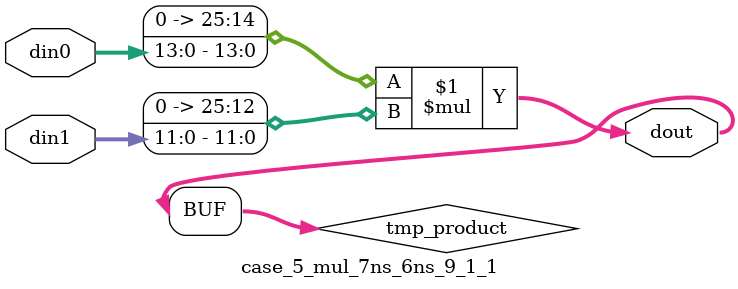
<source format=v>

`timescale 1 ns / 1 ps

 (* use_dsp = "no" *)  module case_5_mul_7ns_6ns_9_1_1(din0, din1, dout);
parameter ID = 1;
parameter NUM_STAGE = 0;
parameter din0_WIDTH = 14;
parameter din1_WIDTH = 12;
parameter dout_WIDTH = 26;

input [din0_WIDTH - 1 : 0] din0; 
input [din1_WIDTH - 1 : 0] din1; 
output [dout_WIDTH - 1 : 0] dout;

wire signed [dout_WIDTH - 1 : 0] tmp_product;
























assign tmp_product = $signed({1'b0, din0}) * $signed({1'b0, din1});











assign dout = tmp_product;





















endmodule

</source>
